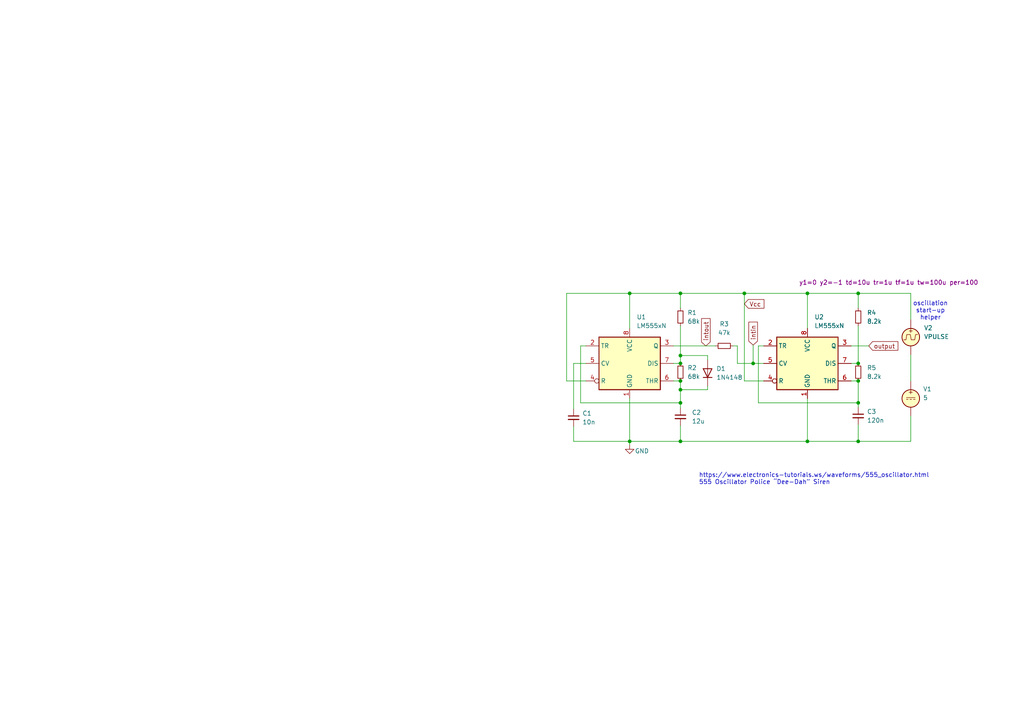
<source format=kicad_sch>
(kicad_sch (version 20231120) (generator "eeschema") (generator_version "7.99")
  (paper "A4")
  (lib_symbols
    (symbol "Device:C_Small" (pin_numbers hide) (pin_names (offset 0.254) hide)
      (property "Reference" "C" (at 0.254 1.778 0))
      (property "Value" "C_Small" (at 0.254 -2.032 0))
      (symbol "C_Small_0_1"
        (polyline (pts (xy -1.524 -0.508) (xy 1.524 -0.508)) (stroke (width 0.3302)))
        (polyline (pts (xy -1.524 0.508) (xy 1.524 0.508)) (stroke (width 0.3048)))
      )
      (symbol "C_Small_1_1"
        (pin passive line (at 0 2.54 270) (length 2.032) (name "~") (number "1"))
        (pin passive line (at 0 -2.54 90) (length 2.032) (name "~") (number "2"))
      )
    )
    (symbol "Device:R_Small" (pin_numbers hide) (pin_names (offset 0.254) hide)
      (property "Reference" "R" (at 0.762 0.508 0))
      (property "Value" "R_Small" (at 0.762 -1.016 0))
      (symbol "R_Small_0_1"
        (rectangle (start -0.762 1.778) (end 0.762 -1.778) (stroke (width 0.2032)))
      )
      (symbol "R_Small_1_1"
        (pin passive line (at 0 2.54 270) (length 0.762) (name "~") (number "1"))
        (pin passive line (at 0 -2.54 90) (length 0.762) (name "~") (number "2"))
      )
    )
    (symbol "Diode:1N4148" (pin_numbers hide) (pin_names (offset 1.016) hide)
      (property "Reference" "D" (at 0 2.54 0))
      (property "Value" "1N4148" (at 0 -2.54 0))
      (symbol "1N4148_0_1"
        (polyline (pts (xy -1.27 1.27) (xy -1.27 -1.27)) (stroke (width 0.254)))
        (polyline (pts (xy 1.27 0) (xy -1.27 0)))
        (polyline (pts (xy 1.27 1.27) (xy 1.27 -1.27) (xy -1.27 0) (xy 1.27 1.27)) (stroke (width 0.254)))
      )
      (symbol "1N4148_1_1"
        (pin passive line (at -3.81 0 0) (length 2.54) (name "K") (number "1"))
        (pin passive line (at 3.81 0 180) (length 2.54) (name "A") (number "2"))
      )
    )
    (symbol "Simulation_SPICE:VDC" (pin_numbers hide) (pin_names (offset 0.0254))
      (property "Reference" "V" (at 2.54 2.54 0))
      (property "Value" "VDC" (at 2.54 0 0))
      (property "Spice_Model" "dc(1)" (at 2.54 -2.54 0))
      (symbol "VDC_0_0"
        (polyline (pts (xy -1.27 0.254) (xy 1.27 0.254)))
        (polyline (pts (xy -0.762 -0.254) (xy -1.27 -0.254)))
        (polyline (pts (xy 0.254 -0.254) (xy -0.254 -0.254)))
        (polyline (pts (xy 1.27 -0.254) (xy 0.762 -0.254)))
        (text "+" (at 0 1.905 0) (effects (font (size 1.27 1.27))))
      )
      (symbol "VDC_0_1"
        (circle (center 0 0) (radius 2.54) (stroke (width 0.254)) (fill (type background)))
      )
      (symbol "VDC_1_1"
        (pin passive line (at 0 5.08 270) (length 2.54) (name "~") (number "1"))
        (pin passive line (at 0 -5.08 90) (length 2.54) (name "~") (number "2"))
      )
    )
    (symbol "Simulation_SPICE:VPULSE" (pin_numbers hide) (pin_names (offset 0.0254))
      (property "Reference" "V" (at 2.54 2.54 0))
      (property "Value" "VPULSE" (at 2.54 0 0))
      (property "Sim.Params" "y1=0 y2=1 td=2n tr=2n tf=2n tw=50n per=100n" (at 2.54 -2.54 0))
      (symbol "VPULSE_0_0"
        (polyline (pts (xy -2.032 -0.762) (xy -1.397 -0.762) (xy -1.143 0.762) (xy -0.127 0.762) (xy 0.127 -0.762) (xy 1.143 -0.762) (xy 1.397 0.762) (xy 2.032 0.762)))
        (text "+" (at 0 1.905 0) (effects (font (size 1.27 1.27))))
      )
      (symbol "VPULSE_0_1"
        (circle (center 0 0) (radius 2.54) (stroke (width 0.254)) (fill (type background)))
      )
      (symbol "VPULSE_1_1"
        (pin passive line (at 0 5.08 270) (length 2.54) (name "~") (number "1"))
        (pin passive line (at 0 -5.08 90) (length 2.54) (name "~") (number "2"))
      )
    )
    (symbol "Timer:LM555xN"
      (property "Reference" "U" (at -10.16 8.89 0))
      (property "Value" "LM555xN" (at 2.54 8.89 0))
      (symbol "LM555xN_0_0"
        (pin power_in line (at 0 -10.16 90) (length 2.54) (name "GND") (number "1"))
        (pin power_in line (at 0 10.16 270) (length 2.54) (name "VCC") (number "8"))
      )
      (symbol "LM555xN_0_1"
        (rectangle (start -8.89 -7.62) (end 8.89 7.62) (stroke (width 0.254)) (fill (type background)))
        (rectangle (start -8.89 -7.62) (end 8.89 7.62) (stroke (width 0.254)) (fill (type background)))
      )
      (symbol "LM555xN_1_1"
        (pin input line (at -12.7 5.08 0) (length 3.81) (name "TR") (number "2"))
        (pin output line (at 12.7 5.08 180) (length 3.81) (name "Q") (number "3"))
        (pin input inverted (at -12.7 -5.08 0) (length 3.81) (name "R") (number "4"))
        (pin input line (at -12.7 0 0) (length 3.81) (name "CV") (number "5"))
        (pin input line (at 12.7 -5.08 180) (length 3.81) (name "THR") (number "6"))
        (pin input line (at 12.7 0 180) (length 3.81) (name "DIS") (number "7"))
      )
    )
    (symbol "power:GND" (power) (pin_names (offset 0))
      (property "Value" "GND" (at 0 -3.81 0))
      (symbol "GND_0_1"
        (polyline (pts (xy 0 0) (xy 0 -1.27) (xy 1.27 -1.27) (xy 0 -2.54) (xy -1.27 -1.27) (xy 0 -1.27)))
      )
      (symbol "GND_1_1"
        (pin power_in line (at 0 0 270) (length 0) hide (name "GND") (number "1"))
      )
    )
  )
  (junction (at 197.358 110.49))
  (junction (at 197.358 105.41))
  (junction (at 197.358 103.124))
  (junction (at 197.358 113.03))
  (junction (at 197.358 128.016))
  (junction (at 248.92 85.09))
  (junction (at 234.188 85.09))
  (junction (at 248.92 128.016))
  (junction (at 248.92 110.49))
  (junction (at 248.92 116.84))
  (junction (at 248.92 105.41))
  (junction (at 218.44 105.41))
  (junction (at 234.188 128.016))
  (junction (at 197.358 116.84))
  (junction (at 215.9 85.09))
  (junction (at 197.358 85.09))
  (junction (at 182.626 128.016))
  (junction (at 182.626 85.09))
  (wire (pts (xy 168.402 100.33) (xy 169.926 100.33)))
  (wire (pts (xy 248.92 94.488) (xy 248.92 105.41)))
  (wire (pts (xy 169.926 110.49) (xy 164.338 110.49)))
  (wire (pts (xy 197.358 85.09) (xy 215.9 85.09)))
  (wire (pts (xy 215.9 110.49) (xy 215.9 85.09)))
  (wire (pts (xy 248.92 85.09) (xy 248.92 89.408)))
  (wire (pts (xy 166.37 123.698) (xy 166.37 128.016)))
  (wire (pts (xy 264.16 92.71) (xy 264.16 85.09)))
  (wire (pts (xy 213.868 105.41) (xy 218.44 105.41)))
  (wire (pts (xy 246.888 110.49) (xy 248.92 110.49)))
  (wire (pts (xy 205.232 113.03) (xy 205.232 112.014)))
  (wire (pts (xy 197.358 85.09) (xy 197.358 89.408)))
  (wire (pts (xy 182.626 128.016) (xy 182.626 129.032)))
  (wire (pts (xy 169.926 105.41) (xy 166.37 105.41)))
  (wire (pts (xy 219.964 116.84) (xy 219.964 100.33)))
  (wire (pts (xy 234.188 85.09) (xy 248.92 85.09)))
  (wire (pts (xy 248.92 116.84) (xy 248.92 118.11)))
  (wire (pts (xy 195.326 110.49) (xy 197.358 110.49)))
  (wire (pts (xy 213.868 100.33) (xy 213.868 105.41)))
  (wire (pts (xy 205.232 113.03) (xy 197.358 113.03)))
  (wire (pts (xy 197.358 110.49) (xy 197.358 113.03)))
  (wire (pts (xy 215.9 85.09) (xy 234.188 85.09)))
  (wire (pts (xy 264.16 110.49) (xy 264.16 102.87)))
  (wire (pts (xy 218.44 105.41) (xy 221.488 105.41)))
  (wire (pts (xy 205.232 103.124) (xy 205.232 104.394)))
  (wire (pts (xy 182.626 115.57) (xy 182.626 128.016)))
  (wire (pts (xy 264.16 128.016) (xy 248.92 128.016)))
  (wire (pts (xy 197.358 103.124) (xy 197.358 105.41)))
  (wire (pts (xy 164.338 110.49) (xy 164.338 85.09)))
  (wire (pts (xy 197.358 128.016) (xy 234.188 128.016)))
  (wire (pts (xy 197.358 116.84) (xy 197.358 118.364)))
  (wire (pts (xy 218.44 100.076) (xy 218.44 105.41)))
  (wire (pts (xy 166.37 105.41) (xy 166.37 118.618)))
  (wire (pts (xy 264.16 85.09) (xy 248.92 85.09)))
  (wire (pts (xy 182.626 95.25) (xy 182.626 85.09)))
  (wire (pts (xy 182.626 128.016) (xy 197.358 128.016)))
  (wire (pts (xy 197.358 113.03) (xy 197.358 116.84)))
  (wire (pts (xy 195.326 100.33) (xy 207.518 100.33)))
  (wire (pts (xy 246.888 100.33) (xy 251.968 100.33)))
  (wire (pts (xy 197.358 116.84) (xy 168.402 116.84)))
  (wire (pts (xy 219.964 100.33) (xy 221.488 100.33)))
  (wire (pts (xy 197.358 94.488) (xy 197.358 103.124)))
  (wire (pts (xy 164.338 85.09) (xy 182.626 85.09)))
  (wire (pts (xy 246.888 105.41) (xy 248.92 105.41)))
  (wire (pts (xy 248.92 116.84) (xy 219.964 116.84)))
  (wire (pts (xy 212.598 100.33) (xy 213.868 100.33)))
  (wire (pts (xy 248.92 128.016) (xy 234.188 128.016)))
  (wire (pts (xy 264.16 120.65) (xy 264.16 128.016)))
  (wire (pts (xy 195.326 105.41) (xy 197.358 105.41)))
  (wire (pts (xy 248.92 123.19) (xy 248.92 128.016)))
  (wire (pts (xy 234.188 95.25) (xy 234.188 85.09)))
  (wire (pts (xy 234.188 115.57) (xy 234.188 128.016)))
  (wire (pts (xy 248.92 110.49) (xy 248.92 116.84)))
  (wire (pts (xy 197.358 103.124) (xy 205.232 103.124)))
  (wire (pts (xy 197.358 123.444) (xy 197.358 128.016)))
  (wire (pts (xy 166.37 128.016) (xy 182.626 128.016)))
  (wire (pts (xy 221.488 110.49) (xy 215.9 110.49)))
  (wire (pts (xy 168.402 116.84) (xy 168.402 100.33)))
  (wire (pts (xy 182.626 85.09) (xy 197.358 85.09)))
  (text "oscillation\nstart-up\nhelper" (at 269.875 90.17 0) (effects (font (size 1.27 1.27))))
  (text "https://www.electronics-tutorials.ws/waveforms/555_oscillator.html\n555 Oscillator Police “Dee-Dah” Siren" (at 202.692 140.716 0) (effects (font (size 1.27 1.27)) (justify left bottom)))
  (global_label "intout" (shape input) (at 204.724 100.33 90) (property "Intersheetrefs" "${INTERSHEET_REFS}" (effects (hide yes))))
  (global_label "output" (shape input) (at 251.968 100.33 0) (property "Intersheetrefs" "${INTERSHEET_REFS}" (effects (hide yes))))
  (global_label "intin" (shape input) (at 218.44 100.076 90) (property "Intersheetrefs" "${INTERSHEET_REFS}" (effects (hide yes))))
  (global_label "Vcc" (shape input) (at 215.9 88.138 0) (property "Intersheetrefs" "${INTERSHEET_REFS}" (effects (hide yes))))
  (symbol (lib_id "Device:R_Small") (at 248.92 91.948 0) (unit 1)
    (property "Reference" "R4" (at 251.46 90.6779 0) (effects (justify left)))
    (property "Value" "8.2k" (at 251.46 93.2179 0) (effects (justify left)))
  )
  (symbol (lib_id "Device:C_Small") (at 197.358 120.904 0) (unit 1)
    (property "Reference" "C2" (at 200.66 119.6402 0) (effects (justify left)))
    (property "Value" "12u" (at 200.66 122.1802 0) (effects (justify left)))
  )
  (symbol (lib_id "power:GND") (at 182.626 129.032 0) (unit 1)
    (property "Reference" "#PWR01" (effects (hide yes)))
    (property "Value" "GND" (at 186.182 130.81 0))
  )
  (symbol (lib_id "Device:R_Small") (at 197.358 91.948 0) (unit 1)
    (property "Reference" "R1" (at 199.39 90.6779 0) (effects (justify left)))
    (property "Value" "68k" (at 199.39 93.2179 0) (effects (justify left)))
  )
  (symbol (lib_id "Device:C_Small") (at 166.37 121.158 0) (unit 1)
    (property "Reference" "C1" (at 168.91 119.8942 0) (effects (justify left)))
    (property "Value" "10n" (at 168.91 122.4342 0) (effects (justify left)))
  )
  (symbol (lib_id "Device:C_Small") (at 248.92 120.65 0) (unit 1)
    (property "Reference" "C3" (at 251.46 119.3862 0) (effects (justify left)))
    (property "Value" "120n" (at 251.46 121.9262 0) (effects (justify left)))
  )
  (symbol (lib_id "Device:R_Small") (at 248.92 107.95 0) (unit 1)
    (property "Reference" "R5" (at 251.46 106.6799 0) (effects (justify left)))
    (property "Value" "8.2k" (at 251.46 109.2199 0) (effects (justify left)))
  )
  (symbol (lib_id "Device:R_Small") (at 197.358 107.95 0) (unit 1)
    (property "Reference" "R2" (at 199.39 106.6799 0) (effects (justify left)))
    (property "Value" "68k" (at 199.39 109.2199 0) (effects (justify left)))
  )
  (symbol (lib_id "Device:R_Small") (at 210.058 100.33 90) (unit 1)
    (property "Reference" "R3" (at 210.058 93.98 90))
    (property "Value" "47k" (at 210.058 96.52 90))
  )
  (symbol (lib_id "Simulation_SPICE:VPULSE") (at 264.16 97.79 0) (unit 1)
    (property "Reference" "V2" (at 267.97 95.1201 0) (effects (justify left)))
    (property "Value" "VPULSE" (at 267.97 97.6601 0) (effects (justify left)))
    (property "Datasheet" "https://ngspice.sourceforge.io/docs/ngspice-html-manual/manual.xhtml#sec_Independent_Sources_for" (effects (hide yes)))
    (property "Description" "Voltage source, pulse" (effects (hide yes)))
    (property "Sim.Pins" "1=+ 2=-" (effects (hide yes)))
    (property "Sim.Type" "PULSE" (effects (hide yes)))
    (property "Sim.Device" "V" (effects (hide yes)))
    (property "Sim.Params" "y1=0 y2=-1 td=10u tr=1u tf=1u tw=100u per=100" (at 231.775 81.915 0) (effects (justify left)))
  )
  (symbol (lib_id "Simulation_SPICE:VDC") (at 264.16 115.57 0) (unit 1)
    (property "Reference" "V1" (at 267.716 112.8401 0) (effects (justify left)))
    (property "Value" "5" (at 267.716 115.3801 0) (effects (justify left)))
    (property "Sim.Device" "V" (effects (hide yes)))
    (property "Sim.Type" "DC" (effects (hide yes)))
    (property "Sim.Pins" "1=+ 2=-" (effects (hide yes)))
  )
  (symbol (lib_id "Timer:LM555xN") (at 182.626 105.41 0) (unit 1)
    (property "Reference" "U1" (at 184.6454 91.948 0) (effects (justify left)))
    (property "Value" "LM555xN" (at 184.6454 94.488 0) (effects (justify left)))
    (property "Footprint" "Package_DIP:DIP-8_W7.62mm" (effects (hide yes)))
    (property "Datasheet" "http://www.ti.com/lit/ds/symlink/lm555.pdf" (effects (hide yes)))
    (property "Sim.Library" "CMOS-555-subckt.lib" (effects (hide yes)))
    (property "Sim.Name" "CMOS555" (effects (hide yes)))
    (property "Sim.Pins" "1=GND0 2=Trigger 3=Output 4=Reset 5=FM 6=Threshold 7=Discharge 8=Vcc" (effects (hide yes)))
  )
  (symbol (lib_id "Diode:1N4148") (at 205.232 108.204 90) (unit 1)
    (property "Reference" "D1" (at 207.772 106.9339 90) (effects (justify right)))
    (property "Value" "1N4148" (at 207.772 109.4739 90) (effects (justify right)))
    (property "Footprint" "Diode_THT:D_DO-35_SOD27_P7.62mm_Horizontal" (effects (hide yes)))
    (property "Datasheet" "https://assets.nexperia.com/documents/data-sheet/1N4148_1N4448.pdf" (effects (hide yes)))
    (property "Sim.Library" "1N4148.mod" (effects (hide yes)))
    (property "Sim.Name" "D1N4148" (effects (hide yes)))
    (property "Sim.Pins" "2=1 1=2" (effects (hide yes)))
  )
  (symbol (lib_id "Timer:LM555xN") (at 234.188 105.41 0) (unit 1)
    (property "Reference" "U2" (at 236.2074 91.948 0) (effects (justify left)))
    (property "Value" "LM555xN" (at 236.2074 94.488 0) (effects (justify left)))
    (property "Footprint" "Package_DIP:DIP-8_W7.62mm" (effects (hide yes)))
    (property "Datasheet" "http://www.ti.com/lit/ds/symlink/lm555.pdf" (effects (hide yes)))
    (property "Sim.Library" "CMOS-555-subckt.lib" (effects (hide yes)))
    (property "Sim.Name" "CMOS555" (effects (hide yes)))
    (property "Sim.Pins" "1=GND0 2=Trigger 3=Output 4=Reset 5=FM 6=Threshold 7=Discharge 8=Vcc" (effects (hide yes)))
  )
)
</source>
